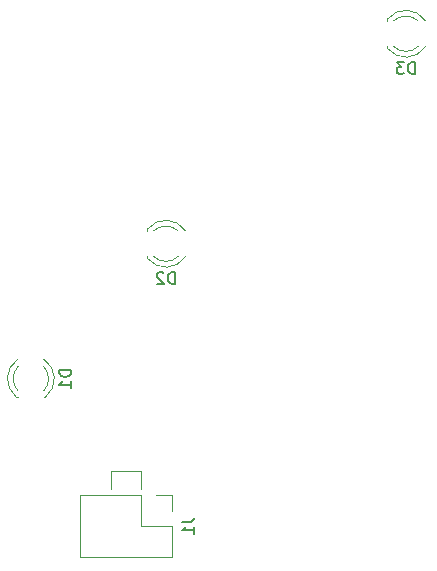
<source format=gbr>
%TF.GenerationSoftware,KiCad,Pcbnew,(6.0.9)*%
%TF.CreationDate,2023-05-26T18:18:51-07:00*%
%TF.ProjectId,DC31_Cnet_Badge_SAO,44433331-5f43-46e6-9574-5f4261646765,rev?*%
%TF.SameCoordinates,Original*%
%TF.FileFunction,Legend,Bot*%
%TF.FilePolarity,Positive*%
%FSLAX46Y46*%
G04 Gerber Fmt 4.6, Leading zero omitted, Abs format (unit mm)*
G04 Created by KiCad (PCBNEW (6.0.9)) date 2023-05-26 18:18:51*
%MOMM*%
%LPD*%
G01*
G04 APERTURE LIST*
%ADD10C,0.150000*%
%ADD11C,0.120000*%
G04 APERTURE END LIST*
D10*
%TO.C,D2*%
X129008095Y-125332380D02*
X129008095Y-124332380D01*
X128770000Y-124332380D01*
X128627142Y-124380000D01*
X128531904Y-124475238D01*
X128484285Y-124570476D01*
X128436666Y-124760952D01*
X128436666Y-124903809D01*
X128484285Y-125094285D01*
X128531904Y-125189523D01*
X128627142Y-125284761D01*
X128770000Y-125332380D01*
X129008095Y-125332380D01*
X128055714Y-124427619D02*
X128008095Y-124380000D01*
X127912857Y-124332380D01*
X127674761Y-124332380D01*
X127579523Y-124380000D01*
X127531904Y-124427619D01*
X127484285Y-124522857D01*
X127484285Y-124618095D01*
X127531904Y-124760952D01*
X128103333Y-125332380D01*
X127484285Y-125332380D01*
%TO.C,D1*%
X120252380Y-132611904D02*
X119252380Y-132611904D01*
X119252380Y-132850000D01*
X119300000Y-132992857D01*
X119395238Y-133088095D01*
X119490476Y-133135714D01*
X119680952Y-133183333D01*
X119823809Y-133183333D01*
X120014285Y-133135714D01*
X120109523Y-133088095D01*
X120204761Y-132992857D01*
X120252380Y-132850000D01*
X120252380Y-132611904D01*
X120252380Y-134135714D02*
X120252380Y-133564285D01*
X120252380Y-133850000D02*
X119252380Y-133850000D01*
X119395238Y-133754761D01*
X119490476Y-133659523D01*
X119538095Y-133564285D01*
%TO.C,J1*%
X129647380Y-145484166D02*
X130361666Y-145484166D01*
X130504523Y-145436547D01*
X130599761Y-145341309D01*
X130647380Y-145198452D01*
X130647380Y-145103214D01*
X130647380Y-146484166D02*
X130647380Y-145912738D01*
X130647380Y-146198452D02*
X129647380Y-146198452D01*
X129790238Y-146103214D01*
X129885476Y-146007976D01*
X129933095Y-145912738D01*
%TO.C,D3*%
X149328095Y-107552380D02*
X149328095Y-106552380D01*
X149090000Y-106552380D01*
X148947142Y-106600000D01*
X148851904Y-106695238D01*
X148804285Y-106790476D01*
X148756666Y-106980952D01*
X148756666Y-107123809D01*
X148804285Y-107314285D01*
X148851904Y-107409523D01*
X148947142Y-107504761D01*
X149090000Y-107552380D01*
X149328095Y-107552380D01*
X148423333Y-106552380D02*
X147804285Y-106552380D01*
X148137619Y-106933333D01*
X147994761Y-106933333D01*
X147899523Y-106980952D01*
X147851904Y-107028571D01*
X147804285Y-107123809D01*
X147804285Y-107361904D01*
X147851904Y-107457142D01*
X147899523Y-107504761D01*
X147994761Y-107552380D01*
X148280476Y-107552380D01*
X148375714Y-107504761D01*
X148423333Y-107457142D01*
D11*
%TO.C,D2*%
X126710000Y-120840000D02*
X126710000Y-120684000D01*
X126710000Y-123156000D02*
X126710000Y-123000000D01*
X129311130Y-120840163D02*
G75*
G03*
X127229039Y-120840000I-1041130J-1079837D01*
G01*
X126710000Y-123155516D02*
G75*
G03*
X129942335Y-122998608I1560000J1235516D01*
G01*
X129942335Y-120841392D02*
G75*
G03*
X126710000Y-120684484I-1672335J-1078608D01*
G01*
X127229039Y-123000000D02*
G75*
G03*
X129311130Y-122999837I1040961J1080000D01*
G01*
%TO.C,D1*%
X115760000Y-134910000D02*
X115604000Y-134910000D01*
X118076000Y-134910000D02*
X117920000Y-134910000D01*
X115761392Y-131677665D02*
G75*
G03*
X115604484Y-134910000I1078608J-1672335D01*
G01*
X117920000Y-134390961D02*
G75*
G03*
X117919837Y-132308870I-1080000J1040961D01*
G01*
X118075516Y-134910000D02*
G75*
G03*
X117918608Y-131677665I-1235516J1560000D01*
G01*
X115760163Y-132308870D02*
G75*
G03*
X115760000Y-134390961I1079837J-1041130D01*
G01*
%TO.C,J1*%
X128755000Y-145817500D02*
X126155000Y-145817500D01*
X121015000Y-148417500D02*
X121015000Y-143217500D01*
X128755000Y-148417500D02*
X128755000Y-145817500D01*
X128755000Y-148417500D02*
X121015000Y-148417500D01*
X128755000Y-143217500D02*
X127425000Y-143217500D01*
X128755000Y-144547500D02*
X128755000Y-143217500D01*
X126155000Y-145817500D02*
X126155000Y-143217500D01*
X126155000Y-143217500D02*
X121015000Y-143217500D01*
X126125000Y-141147500D02*
X123625000Y-141147500D01*
X123625000Y-141147500D02*
X123625000Y-141147500D01*
X123625000Y-141147500D02*
X126125000Y-141147500D01*
X126125000Y-141147500D02*
X126125000Y-141147500D01*
X126125000Y-142647500D02*
X126125000Y-142647500D01*
X126125000Y-142647500D02*
X126125000Y-141147500D01*
X126125000Y-141147500D02*
X126125000Y-141147500D01*
X126125000Y-141147500D02*
X126125000Y-142647500D01*
X123625000Y-141147500D02*
X123625000Y-141147500D01*
X123625000Y-141147500D02*
X123625000Y-142647500D01*
X123625000Y-142647500D02*
X123625000Y-142647500D01*
X123625000Y-142647500D02*
X123625000Y-141147500D01*
%TO.C,D3*%
X147030000Y-103060000D02*
X147030000Y-102904000D01*
X147030000Y-105376000D02*
X147030000Y-105220000D01*
X147030000Y-105375516D02*
G75*
G03*
X150262335Y-105218608I1560000J1235516D01*
G01*
X150262335Y-103061392D02*
G75*
G03*
X147030000Y-102904484I-1672335J-1078608D01*
G01*
X149631130Y-103060163D02*
G75*
G03*
X147549039Y-103060000I-1041130J-1079837D01*
G01*
X147549039Y-105220000D02*
G75*
G03*
X149631130Y-105219837I1040961J1080000D01*
G01*
%TD*%
M02*

</source>
